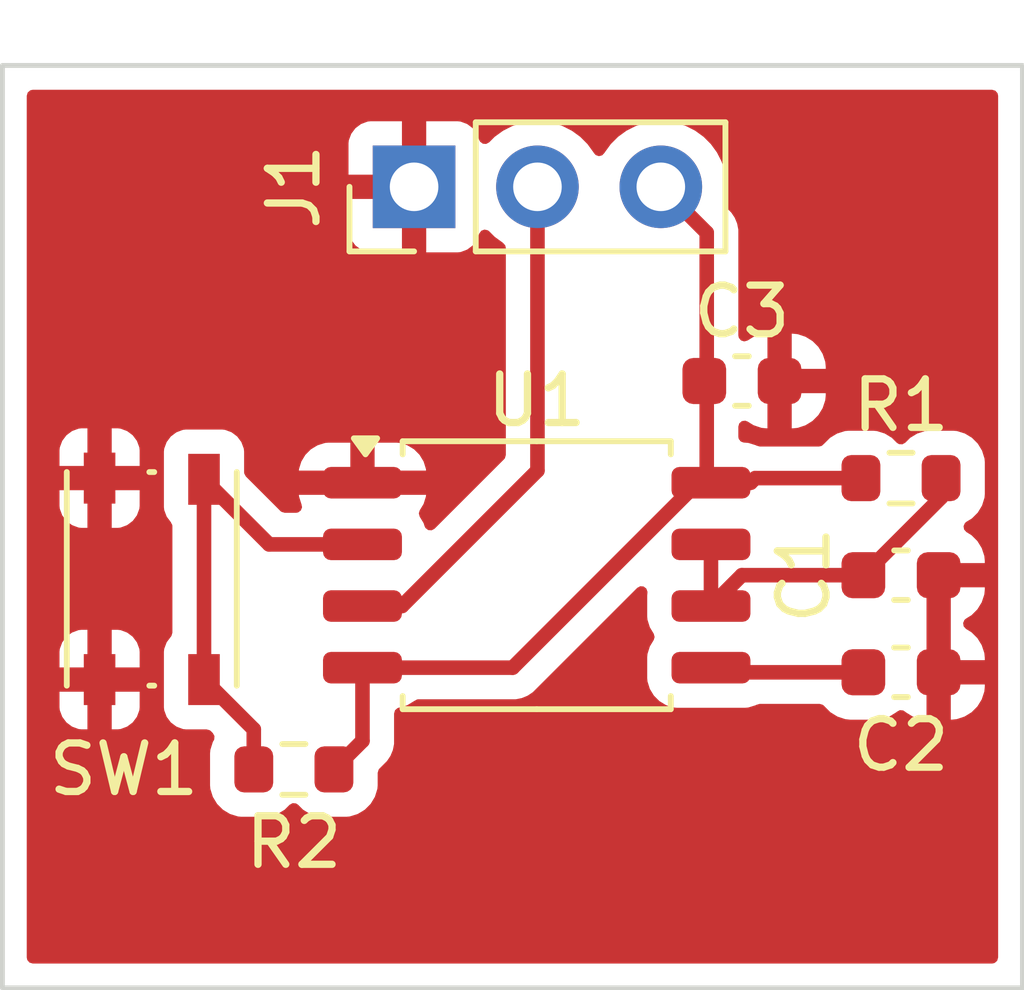
<source format=kicad_pcb>
(kicad_pcb (version 20241229) (generator "pcbnew") (generator_version "9.0")
  (layers (0 "F.Cu" signal) (2 "B.Cu" signal) (13 "F.Paste" user) (15 "B.Paste" user) (5 "F.SilkS" user "F.Silkscreen") (7 "B.SilkS" user "B.Silkscreen") (1 "F.Mask" user) (3 "B.Mask" user) (25 "Edge.Cuts" user))
  (net 0 "")
  (net 1 "Net-(U1-DIS)")
  (net 2 "GND")
  (net 3 "Net-(U1-CV)")
  (net 4 "VCC")
  (net 5 "Out")
  (net 6 "Net-(U1-TR)")
  (footprint "Button_Switch_SMD:SW_Push_1P1T_NO_Vertical_Wuerth_434133025816" (layer "F.Cu") (at 477.075 55.575 90)
    (property "Reference" "SW1" (at -3.925 -0.575 0) (layer "F.SilkS"))
    (property "Value" "SW_Push")
    (fp_line (start 2.2 -1.75) (end -2.2 -1.75) (stroke (width 0.12)) (layer "F.SilkS"))
    (fp_line (start 2.2 0.05) (end 2.2 -0.05) (stroke (width 0.12)) (layer "F.SilkS"))
    (fp_line (start -2.2 0.05) (end -2.2 -0.05) (stroke (width 0.12)) (layer "F.SilkS"))
    (fp_line (start -2.2 1.75) (end 2.2 1.75) (stroke (width 0.12)) (layer "F.SilkS"))
    (pad "1" smd rect (at -2.075 -1.075 90) (size 1.05 0.65) (layers "F.Cu" "F.Mask" "F.Paste") (net 2 "GND"))
    (pad "1" smd rect (at 2.075 -1.075 90) (size 1.05 0.65) (layers "F.Cu" "F.Mask" "F.Paste") (net 2 "GND"))
    (pad "2" smd rect (at -2.075 1.075 90) (size 1.05 0.65) (layers "F.Cu" "F.Mask" "F.Paste") (net 6 "Net-(U1-TR)"))
    (pad "2" smd rect (at 2.05 1.075 90) (size 1.05 0.65) (layers "F.Cu" "F.Mask" "F.Paste") (net 6 "Net-(U1-TR)"))
  )
  (footprint "Capacitor_SMD:C_0603_1608Metric" (layer "F.Cu") (at 492.5 57.5)
    (property "Reference" "C2" (at 0 1.5 0) (layer "F.SilkS"))
    (property "Value" "10nf")
    (fp_line (start -0.14058 -0.51) (end 0.14058 -0.51) (stroke (width 0.12)) (layer "F.SilkS"))
    (fp_line (start -0.14058 0.51) (end 0.14058 0.51) (stroke (width 0.12)) (layer "F.SilkS"))
    (pad "1" smd roundrect (at -0.775 0) (size 0.9 0.95) (layers "F.Cu" "F.Mask" "F.Paste") (net 3 "Net-(U1-CV)"))
    (pad "2" smd roundrect (at 0.775 0) (size 0.9 0.95) (layers "F.Cu" "F.Mask" "F.Paste") (net 2 "GND"))
  )
  (footprint "Capacitor_SMD:C_0603_1608Metric" (layer "F.Cu") (at 489.225 51.5)
    (property "Reference" "C3" (at 0 -1.43 0) (layer "F.SilkS"))
    (property "Value" "100nf")
    (fp_line (start -0.14058 -0.51) (end 0.14058 -0.51) (stroke (width 0.12)) (layer "F.SilkS"))
    (fp_line (start -0.14058 0.51) (end 0.14058 0.51) (stroke (width 0.12)) (layer "F.SilkS"))
    (pad "1" smd roundrect (at -0.775 0) (size 0.9 0.95) (layers "F.Cu" "F.Mask" "F.Paste") (net 4 "VCC"))
    (pad "2" smd roundrect (at 0.775 0) (size 0.9 0.95) (layers "F.Cu" "F.Mask" "F.Paste") (net 2 "GND"))
  )
  (footprint "Connector_PinHeader_2.54mm:PinHeader_1x03_P2.54mm_Vertical" (layer "F.Cu") (at 482.475 47.5 90)
    (property "Reference" "J1" (at 0 -2.475 90) (layer "F.SilkS"))
    (property "Value" "Conn_01x03")
    (fp_line (start -1.33 -1.33) (end 0 -1.33) (stroke (width 0.12)) (layer "F.SilkS"))
    (fp_line (start -1.33 0) (end -1.33 -1.33) (stroke (width 0.12)) (layer "F.SilkS"))
    (fp_line (start 1.33 1.27) (end 1.33 6.41) (stroke (width 0.12)) (layer "F.SilkS"))
    (fp_line (start -1.33 1.27) (end 1.33 1.27) (stroke (width 0.12)) (layer "F.SilkS"))
    (fp_line (start -1.33 1.27) (end -1.33 6.41) (stroke (width 0.12)) (layer "F.SilkS"))
    (fp_line (start -1.33 6.41) (end 1.33 6.41) (stroke (width 0.12)) (layer "F.SilkS"))
    (pad "1" thru_hole rect (at 0 0 90) (size 1.7 1.7) (drill 1) (layers "*.Cu" "*.Mask") (net 2 "GND"))
    (pad "2" thru_hole oval (at 0 2.54 90) (size 1.7 1.7) (drill 1) (layers "*.Cu" "*.Mask") (net 5 "Out"))
    (pad "3" thru_hole oval (at 0 5.08 90) (size 1.7 1.7) (drill 1) (layers "*.Cu" "*.Mask") (net 4 "VCC"))
  )
  (footprint "Package_SO:SOIC-8_5.3x5.3mm_P1.27mm" (layer "F.Cu") (at 485 55.5)
    (property "Reference" "U1" (at 0 -3.6 0) (layer "F.SilkS"))
    (property "Value" "NE555P")
    (fp_line (start -2.76 -2.76) (end -2.76 -2.49) (stroke (width 0.12)) (layer "F.SilkS"))
    (fp_line (start -2.76 2.76) (end -2.76 2.49) (stroke (width 0.12)) (layer "F.SilkS"))
    (fp_line (start 0 -2.76) (end -2.76 -2.76) (stroke (width 0.12)) (layer "F.SilkS"))
    (fp_line (start 0 -2.76) (end 2.76 -2.76) (stroke (width 0.12)) (layer "F.SilkS"))
    (fp_line (start 0 2.76) (end -2.76 2.76) (stroke (width 0.12)) (layer "F.SilkS"))
    (fp_line (start 0 2.76) (end 2.76 2.76) (stroke (width 0.12)) (layer "F.SilkS"))
    (fp_line (start 2.76 -2.76) (end 2.76 -2.49) (stroke (width 0.12)) (layer "F.SilkS"))
    (fp_line (start 2.76 2.76) (end 2.76 2.49) (stroke (width 0.12)) (layer "F.SilkS"))
    (fp_poly (pts (xy -3.525 -2.49) (xy -3.765 -2.82) (xy -3.285 -2.82) (xy -3.525 -2.49)) (stroke (width 0.12)) (fill yes) (layer "F.SilkS"))
    (pad "1" smd roundrect (at -3.5875 -1.905) (size 1.625 0.65) (layers "F.Cu" "F.Mask" "F.Paste") (net 2 "GND"))
    (pad "2" smd roundrect (at -3.5875 -0.635) (size 1.625 0.65) (layers "F.Cu" "F.Mask" "F.Paste") (net 6 "Net-(U1-TR)"))
    (pad "3" smd roundrect (at -3.5875 0.635) (size 1.625 0.65) (layers "F.Cu" "F.Mask" "F.Paste") (net 5 "Out"))
    (pad "4" smd roundrect (at -3.5875 1.905) (size 1.625 0.65) (layers "F.Cu" "F.Mask" "F.Paste") (net 4 "VCC"))
    (pad "5" smd roundrect (at 3.5875 1.905) (size 1.625 0.65) (layers "F.Cu" "F.Mask" "F.Paste") (net 3 "Net-(U1-CV)"))
    (pad "6" smd roundrect (at 3.5875 0.635) (size 1.625 0.65) (layers "F.Cu" "F.Mask" "F.Paste") (net 1 "Net-(U1-DIS)"))
    (pad "7" smd roundrect (at 3.5875 -0.635) (size 1.625 0.65) (layers "F.Cu" "F.Mask" "F.Paste") (net 1 "Net-(U1-DIS)"))
    (pad "8" smd roundrect (at 3.5875 -1.905) (size 1.625 0.65) (layers "F.Cu" "F.Mask" "F.Paste") (net 4 "VCC"))
  )
  (footprint "Resistor_SMD:R_0603_1608Metric" (layer "F.Cu") (at 480 59.5)
    (property "Reference" "R2" (at 0 1.5 0) (layer "F.SilkS"))
    (property "Value" "100k")
    (fp_line (start -0.237258 -0.5225) (end 0.237258 -0.5225) (stroke (width 0.12)) (layer "F.SilkS"))
    (fp_line (start -0.237258 0.5225) (end 0.237258 0.5225) (stroke (width 0.12)) (layer "F.SilkS"))
    (pad "1" smd roundrect (at -0.825 0) (size 0.8 0.95) (layers "F.Cu" "F.Mask" "F.Paste") (net 6 "Net-(U1-TR)"))
    (pad "2" smd roundrect (at 0.825 0) (size 0.8 0.95) (layers "F.Cu" "F.Mask" "F.Paste") (net 4 "VCC"))
  )
  (footprint "Resistor_SMD:R_0603_1608Metric" (layer "F.Cu") (at 492.5 53.5)
    (property "Reference" "R1" (at 0 -1.5 0) (layer "F.SilkS"))
    (property "Value" "33k")
    (fp_line (start -0.237258 -0.5225) (end 0.237258 -0.5225) (stroke (width 0.12)) (layer "F.SilkS"))
    (fp_line (start -0.237258 0.5225) (end 0.237258 0.5225) (stroke (width 0.12)) (layer "F.SilkS"))
    (pad "1" smd roundrect (at -0.825 0) (size 0.8 0.95) (layers "F.Cu" "F.Mask" "F.Paste") (net 4 "VCC"))
    (pad "2" smd roundrect (at 0.825 0) (size 0.8 0.95) (layers "F.Cu" "F.Mask" "F.Paste") (net 1 "Net-(U1-DIS)"))
  )
  (footprint "Capacitor_SMD:C_0603_1608Metric" (layer "F.Cu") (at 492.5 55.5)
    (property "Reference" "C1" (at -2 0 90) (layer "F.SilkS"))
    (property "Value" "1uf")
    (fp_line (start -0.14058 -0.51) (end 0.14058 -0.51) (stroke (width 0.12)) (layer "F.SilkS"))
    (fp_line (start -0.14058 0.51) (end 0.14058 0.51) (stroke (width 0.12)) (layer "F.SilkS"))
    (pad "1" smd roundrect (at -0.775 0) (size 0.9 0.95) (layers "F.Cu" "F.Mask" "F.Paste") (net 1 "Net-(U1-DIS)"))
    (pad "2" smd roundrect (at 0.775 0) (size 0.9 0.95) (layers "F.Cu" "F.Mask" "F.Paste") (net 2 "GND"))
  )
  (gr_rect (start 474 45) (end 495 64) (stroke (width 0.1)) (fill no) (layer "Edge.Cuts"))
  (segment (start 488.5875 54.865) (end 488.5875 56.135) (width 0.3) (layer "F.Cu") (net 1))
  (segment (start 493.325 53.5) (end 493.325 53.9) (width 0.3) (layer "F.Cu") (net 1))
  (segment (start 491.725 55.5) (end 489.2225 55.5) (width 0.3) (layer "F.Cu") (net 1))
  (segment (start 489.2225 55.5) (end 488.5875 56.135) (width 0.3) (layer "F.Cu") (net 1))
  (segment (start 493.325 53.9) (end 491.725 55.5) (width 0.3) (layer "F.Cu") (net 1))
  (segment (start 488.6825 57.5) (end 488.5875 57.405) (width 0.3) (layer "F.Cu") (net 3))
  (segment (start 491.725 57.5) (end 488.6825 57.5) (width 0.3) (layer "F.Cu") (net 3))
  (segment (start 487.555 47.5) (end 488.5 48.445) (width 0.3) (layer "F.Cu") (net 4))
  (segment (start 488.5 51) (end 488.5 53.5075) (width 0.3) (layer "F.Cu") (net 4))
  (segment (start 489.5 53.5) (end 491.675 53.5) (width 0.3) (layer "F.Cu") (net 4))
  (segment (start 489.405 53.595) (end 489.5 53.5) (width 0.3) (layer "F.Cu") (net 4))
  (segment (start 481.4125 57.405) (end 484.504298 57.405) (width 0.3) (layer "F.Cu") (net 4))
  (segment (start 488.5 53.5075) (end 488.5875 53.595) (width 0.3) (layer "F.Cu") (net 4))
  (segment (start 481.4125 58.9125) (end 480.825 59.5) (width 0.3) (layer "F.Cu") (net 4))
  (segment (start 488.314298 53.595) (end 488.5875 53.595) (width 0.3) (layer "F.Cu") (net 4))
  (segment (start 488.5875 53.595) (end 489.405 53.595) (width 0.3) (layer "F.Cu") (net 4))
  (segment (start 481.4125 57.405) (end 481.4125 58.9125) (width 0.3) (layer "F.Cu") (net 4))
  (segment (start 484.504298 57.405) (end 488.314298 53.595) (width 0.3) (layer "F.Cu") (net 4))
  (segment (start 488.5 48.445) (end 488.5 51) (width 0.3) (layer "F.Cu") (net 4))
  (segment (start 485.015 47.5) (end 485.015 53.344999) (width 0.3) (layer "F.Cu") (net 5))
  (segment (start 482.224999 56.135) (end 481.4125 56.135) (width 0.3) (layer "F.Cu") (net 5))
  (segment (start 485.015 53.344999) (end 482.224999 56.135) (width 0.3) (layer "F.Cu") (net 5))
  (segment (start 479.175 58.675) (end 478.15 57.65) (width 0.3) (layer "F.Cu") (net 6))
  (segment (start 478.15 57.65) (end 478.15 53.525) (width 0.3) (layer "F.Cu") (net 6))
  (segment (start 479.175 59.5) (end 479.175 58.675) (width 0.3) (layer "F.Cu") (net 6))
  (segment (start 479.49 54.865) (end 481.4125 54.865) (width 0.3) (layer "F.Cu") (net 6))
  (segment (start 478.15 53.525) (end 479.49 54.865) (width 0.3) (layer "F.Cu") (net 6))
  (zone (net 2) (net_name "GND") (layer "F.Cu") (connect_pads (clearance 0.5)) (min_thickness 0.25) (fill yes (thermal_gap 0.5) (thermal_bridge_width 0.5))
    (polygon (pts (xy 474 45) (xy 495 45) (xy 495 64) (xy 474 64)))
  )
)
</source>
